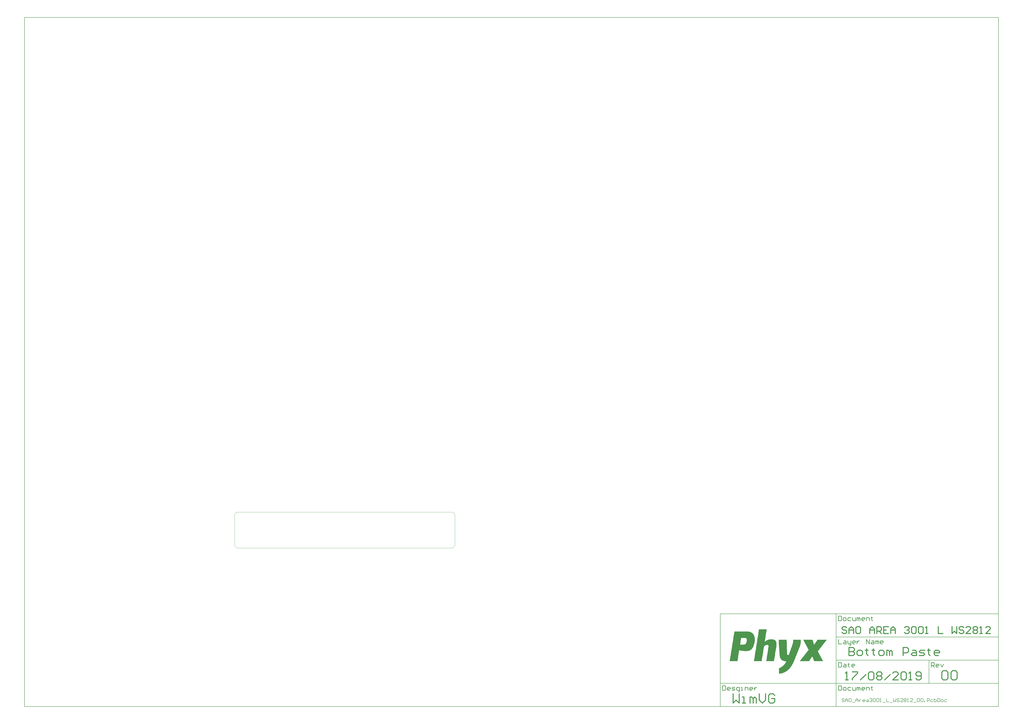
<source format=gbp>
G04*
G04 #@! TF.GenerationSoftware,Altium Limited,Altium Designer,18.1.7 (191)*
G04*
G04 Layer_Color=128*
%FSLAX25Y25*%
%MOIN*%
G70*
G01*
G75*
%ADD10C,0.01575*%
%ADD12C,0.00787*%
%ADD15C,0.00394*%
%ADD16C,0.00984*%
G36*
X872201Y-141778D02*
X873919D01*
Y-142065D01*
X874778D01*
Y-142351D01*
X875637D01*
Y-142637D01*
X876496D01*
Y-142924D01*
X877069D01*
Y-143210D01*
X877355D01*
Y-143496D01*
X877928D01*
Y-143783D01*
X878214D01*
Y-144069D01*
X878786D01*
Y-144355D01*
X879073D01*
Y-144641D01*
X879359D01*
Y-144928D01*
X879646D01*
Y-145214D01*
X879932D01*
Y-145501D01*
X880218D01*
Y-145787D01*
X880504D01*
Y-146073D01*
Y-146359D01*
X880791D01*
Y-146646D01*
X881077D01*
Y-146932D01*
Y-147218D01*
X881363D01*
Y-147505D01*
X881650D01*
Y-147791D01*
Y-148077D01*
X881936D01*
Y-148364D01*
Y-148650D01*
Y-148936D01*
X882222D01*
Y-149223D01*
Y-149509D01*
Y-149795D01*
X882509D01*
Y-150082D01*
Y-150368D01*
Y-150654D01*
Y-150940D01*
X882795D01*
Y-151227D01*
Y-151513D01*
Y-151799D01*
Y-152086D01*
Y-152372D01*
X883081D01*
Y-152658D01*
Y-152945D01*
Y-153231D01*
Y-153517D01*
Y-153804D01*
Y-154090D01*
Y-154376D01*
Y-154663D01*
Y-154949D01*
Y-155235D01*
Y-155521D01*
Y-155808D01*
Y-156094D01*
Y-156380D01*
Y-156667D01*
Y-156953D01*
Y-157239D01*
Y-157526D01*
Y-157812D01*
Y-158098D01*
X882795D01*
Y-158385D01*
Y-158671D01*
Y-158957D01*
Y-159244D01*
Y-159530D01*
Y-159816D01*
Y-160102D01*
X882509D01*
Y-160389D01*
Y-160675D01*
Y-160961D01*
Y-161248D01*
Y-161534D01*
X882222D01*
Y-161820D01*
Y-162107D01*
Y-162393D01*
Y-162679D01*
Y-162966D01*
X881936D01*
Y-163252D01*
Y-163538D01*
Y-163824D01*
X881650D01*
Y-164111D01*
Y-164397D01*
Y-164683D01*
Y-164970D01*
X881363D01*
Y-165256D01*
Y-165542D01*
Y-165829D01*
X881077D01*
Y-166115D01*
Y-166401D01*
X880791D01*
Y-166688D01*
Y-166974D01*
Y-167260D01*
X880504D01*
Y-167547D01*
Y-167833D01*
X880218D01*
Y-168119D01*
Y-168405D01*
X879932D01*
Y-168692D01*
Y-168978D01*
X879646D01*
Y-169264D01*
X879359D01*
Y-169551D01*
Y-169837D01*
X879073D01*
Y-170123D01*
X878786D01*
Y-170410D01*
X878500D01*
Y-170696D01*
Y-170982D01*
X878214D01*
Y-171269D01*
X877928D01*
Y-171555D01*
X877641D01*
Y-171841D01*
X877355D01*
Y-172127D01*
X877069D01*
Y-172414D01*
X876496D01*
Y-172700D01*
X876210D01*
Y-172986D01*
X875637D01*
Y-173273D01*
X875351D01*
Y-173559D01*
X874778D01*
Y-173845D01*
X873919D01*
Y-174132D01*
X873060D01*
Y-174418D01*
X872201D01*
Y-174704D01*
X870483D01*
Y-174991D01*
X865330D01*
Y-174704D01*
X862753D01*
Y-174418D01*
X860749D01*
Y-174132D01*
X859317D01*
Y-173845D01*
X857886D01*
Y-173559D01*
X856454D01*
Y-173845D01*
Y-174132D01*
Y-174418D01*
Y-174704D01*
Y-174991D01*
Y-175277D01*
Y-175563D01*
X856168D01*
Y-175850D01*
Y-176136D01*
Y-176422D01*
Y-176709D01*
Y-176995D01*
Y-177281D01*
X855882D01*
Y-177568D01*
Y-177854D01*
Y-178140D01*
Y-178426D01*
Y-178713D01*
Y-178999D01*
X855595D01*
Y-179285D01*
Y-179572D01*
Y-179858D01*
Y-180144D01*
Y-180431D01*
Y-180717D01*
Y-181003D01*
X855309D01*
Y-181290D01*
Y-181576D01*
Y-181862D01*
Y-182149D01*
Y-182435D01*
Y-182721D01*
X855023D01*
Y-183007D01*
Y-183294D01*
Y-183580D01*
Y-183866D01*
Y-184153D01*
Y-184439D01*
X854736D01*
Y-184725D01*
Y-185012D01*
Y-185298D01*
Y-185584D01*
Y-185871D01*
Y-186157D01*
Y-186443D01*
X854450D01*
Y-186730D01*
Y-187016D01*
Y-187302D01*
Y-187588D01*
Y-187875D01*
Y-188161D01*
X854164D01*
Y-188447D01*
Y-188734D01*
Y-189020D01*
Y-189306D01*
Y-189593D01*
Y-189879D01*
X853877D01*
Y-190165D01*
Y-190452D01*
Y-190738D01*
Y-191024D01*
Y-191311D01*
Y-191597D01*
Y-191883D01*
X840421D01*
Y-191597D01*
X840707D01*
Y-191311D01*
Y-191024D01*
Y-190738D01*
Y-190452D01*
Y-190165D01*
X840993D01*
Y-189879D01*
Y-189593D01*
Y-189306D01*
Y-189020D01*
Y-188734D01*
Y-188447D01*
Y-188161D01*
X841280D01*
Y-187875D01*
Y-187588D01*
Y-187302D01*
Y-187016D01*
Y-186730D01*
Y-186443D01*
X841566D01*
Y-186157D01*
Y-185871D01*
Y-185584D01*
Y-185298D01*
Y-185012D01*
Y-184725D01*
X841852D01*
Y-184439D01*
Y-184153D01*
Y-183866D01*
Y-183580D01*
Y-183294D01*
Y-183007D01*
Y-182721D01*
X842138D01*
Y-182435D01*
Y-182149D01*
Y-181862D01*
Y-181576D01*
Y-181290D01*
Y-181003D01*
X842425D01*
Y-180717D01*
Y-180431D01*
Y-180144D01*
Y-179858D01*
Y-179572D01*
Y-179285D01*
X842711D01*
Y-178999D01*
Y-178713D01*
Y-178426D01*
Y-178140D01*
Y-177854D01*
Y-177568D01*
X842997D01*
Y-177281D01*
Y-176995D01*
Y-176709D01*
Y-176422D01*
Y-176136D01*
Y-175850D01*
Y-175563D01*
X843284D01*
Y-175277D01*
Y-174991D01*
Y-174704D01*
Y-174418D01*
Y-174132D01*
Y-173845D01*
X843570D01*
Y-173559D01*
Y-173273D01*
Y-172986D01*
Y-172700D01*
Y-172414D01*
Y-172127D01*
X843856D01*
Y-171841D01*
Y-171555D01*
Y-171269D01*
Y-170982D01*
Y-170696D01*
Y-170410D01*
X844143D01*
Y-170123D01*
Y-169837D01*
Y-169551D01*
Y-169264D01*
Y-168978D01*
Y-168692D01*
Y-168405D01*
X844429D01*
Y-168119D01*
Y-167833D01*
Y-167547D01*
Y-167260D01*
Y-166974D01*
Y-166688D01*
X844715D01*
Y-166401D01*
Y-166115D01*
Y-165829D01*
Y-165542D01*
Y-165256D01*
Y-164970D01*
X845002D01*
Y-164683D01*
Y-164397D01*
Y-164111D01*
Y-163824D01*
Y-163538D01*
Y-163252D01*
Y-162966D01*
X845288D01*
Y-162679D01*
Y-162393D01*
Y-162107D01*
Y-161820D01*
Y-161534D01*
Y-161248D01*
X845574D01*
Y-160961D01*
Y-160675D01*
Y-160389D01*
Y-160102D01*
Y-159816D01*
Y-159530D01*
X845861D01*
Y-159244D01*
Y-158957D01*
Y-158671D01*
Y-158385D01*
Y-158098D01*
Y-157812D01*
X846147D01*
Y-157526D01*
Y-157239D01*
Y-156953D01*
Y-156667D01*
Y-156380D01*
Y-156094D01*
Y-155808D01*
X846433D01*
Y-155521D01*
Y-155235D01*
Y-154949D01*
Y-154663D01*
Y-154376D01*
Y-154090D01*
X846719D01*
Y-153804D01*
Y-153517D01*
Y-153231D01*
Y-152945D01*
Y-152658D01*
Y-152372D01*
X847006D01*
Y-152086D01*
Y-151799D01*
Y-151513D01*
Y-151227D01*
Y-150940D01*
Y-150654D01*
Y-150368D01*
X847292D01*
Y-150082D01*
Y-149795D01*
Y-149509D01*
Y-149223D01*
Y-148936D01*
Y-148650D01*
X847578D01*
Y-148364D01*
Y-148077D01*
Y-147791D01*
Y-147505D01*
Y-147218D01*
Y-146932D01*
X847865D01*
Y-146646D01*
Y-146359D01*
Y-146073D01*
Y-145787D01*
Y-145501D01*
Y-145214D01*
Y-144928D01*
X848151D01*
Y-144641D01*
Y-144355D01*
Y-144069D01*
Y-143783D01*
Y-143496D01*
Y-143210D01*
X848437D01*
Y-142924D01*
Y-142637D01*
Y-142351D01*
Y-142065D01*
Y-141778D01*
Y-141492D01*
X872201D01*
Y-141778D01*
D02*
G37*
G36*
X903409Y-138343D02*
Y-138629D01*
X903123D01*
Y-138915D01*
Y-139202D01*
Y-139488D01*
Y-139774D01*
Y-140060D01*
Y-140347D01*
X902837D01*
Y-140633D01*
Y-140919D01*
Y-141206D01*
Y-141492D01*
Y-141778D01*
Y-142065D01*
X902551D01*
Y-142351D01*
Y-142637D01*
Y-142924D01*
Y-143210D01*
Y-143496D01*
Y-143783D01*
Y-144069D01*
X902264D01*
Y-144355D01*
Y-144641D01*
Y-144928D01*
Y-145214D01*
Y-145501D01*
Y-145787D01*
X901978D01*
Y-146073D01*
Y-146359D01*
Y-146646D01*
Y-146932D01*
Y-147218D01*
Y-147505D01*
X901692D01*
Y-147791D01*
Y-148077D01*
Y-148364D01*
Y-148650D01*
Y-148936D01*
Y-149223D01*
Y-149509D01*
X901405D01*
Y-149795D01*
Y-150082D01*
Y-150368D01*
Y-150654D01*
Y-150940D01*
Y-151227D01*
X901119D01*
Y-151513D01*
Y-151799D01*
Y-152086D01*
Y-152372D01*
Y-152658D01*
Y-152945D01*
X900833D01*
Y-153231D01*
Y-153517D01*
Y-153804D01*
Y-154090D01*
Y-154376D01*
Y-154663D01*
X900546D01*
Y-154949D01*
Y-155235D01*
Y-155521D01*
Y-155808D01*
Y-156094D01*
Y-156380D01*
Y-156667D01*
X900260D01*
Y-156953D01*
Y-157239D01*
Y-157526D01*
Y-157812D01*
Y-158098D01*
Y-158385D01*
X899974D01*
Y-158671D01*
Y-158957D01*
X900546D01*
Y-158671D01*
X900833D01*
Y-158385D01*
X901119D01*
Y-158098D01*
X901692D01*
Y-157812D01*
X901978D01*
Y-157526D01*
X902264D01*
Y-157239D01*
X902837D01*
Y-156953D01*
X903409D01*
Y-156667D01*
X903696D01*
Y-156380D01*
X904268D01*
Y-156094D01*
X905127D01*
Y-155808D01*
X905700D01*
Y-155521D01*
X906559D01*
Y-155235D01*
X907990D01*
Y-154949D01*
X914289D01*
Y-155235D01*
X915435D01*
Y-155521D01*
X916294D01*
Y-155808D01*
X916866D01*
Y-156094D01*
X917153D01*
Y-156380D01*
X917725D01*
Y-156667D01*
X918011D01*
Y-156953D01*
X918298D01*
Y-157239D01*
X918584D01*
Y-157526D01*
X918870D01*
Y-157812D01*
Y-158098D01*
X919157D01*
Y-158385D01*
Y-158671D01*
X919443D01*
Y-158957D01*
Y-159244D01*
Y-159530D01*
X919729D01*
Y-159816D01*
Y-160102D01*
Y-160389D01*
Y-160675D01*
X920016D01*
Y-160961D01*
Y-161248D01*
Y-161534D01*
Y-161820D01*
Y-162107D01*
Y-162393D01*
Y-162679D01*
Y-162966D01*
Y-163252D01*
Y-163538D01*
Y-163824D01*
Y-164111D01*
Y-164397D01*
Y-164683D01*
Y-164970D01*
Y-165256D01*
Y-165542D01*
Y-165829D01*
X919729D01*
Y-166115D01*
Y-166401D01*
Y-166688D01*
Y-166974D01*
Y-167260D01*
Y-167547D01*
Y-167833D01*
X919443D01*
Y-168119D01*
Y-168405D01*
Y-168692D01*
Y-168978D01*
Y-169264D01*
Y-169551D01*
Y-169837D01*
X919157D01*
Y-170123D01*
Y-170410D01*
Y-170696D01*
Y-170982D01*
Y-171269D01*
Y-171555D01*
X918870D01*
Y-171841D01*
Y-172127D01*
Y-172414D01*
Y-172700D01*
Y-172986D01*
Y-173273D01*
X918584D01*
Y-173559D01*
Y-173845D01*
Y-174132D01*
Y-174418D01*
Y-174704D01*
Y-174991D01*
X918298D01*
Y-175277D01*
Y-175563D01*
Y-175850D01*
Y-176136D01*
Y-176422D01*
Y-176709D01*
Y-176995D01*
X918011D01*
Y-177281D01*
Y-177568D01*
Y-177854D01*
Y-178140D01*
Y-178426D01*
Y-178713D01*
X917725D01*
Y-178999D01*
Y-179285D01*
Y-179572D01*
Y-179858D01*
Y-180144D01*
Y-180431D01*
X917439D01*
Y-180717D01*
Y-181003D01*
Y-181290D01*
Y-181576D01*
Y-181862D01*
Y-182149D01*
Y-182435D01*
X917153D01*
Y-182721D01*
Y-183007D01*
Y-183294D01*
Y-183580D01*
Y-183866D01*
Y-184153D01*
X916866D01*
Y-184439D01*
Y-184725D01*
Y-185012D01*
Y-185298D01*
Y-185584D01*
Y-185871D01*
X916580D01*
Y-186157D01*
Y-186443D01*
Y-186730D01*
Y-187016D01*
Y-187302D01*
Y-187588D01*
X916294D01*
Y-187875D01*
Y-188161D01*
Y-188447D01*
Y-188734D01*
Y-189020D01*
Y-189306D01*
Y-189593D01*
X916007D01*
Y-189879D01*
Y-190165D01*
Y-190452D01*
Y-190738D01*
Y-191024D01*
Y-191311D01*
X915721D01*
Y-191597D01*
Y-191883D01*
X902551D01*
Y-191597D01*
Y-191311D01*
X902837D01*
Y-191024D01*
Y-190738D01*
Y-190452D01*
Y-190165D01*
Y-189879D01*
Y-189593D01*
X903123D01*
Y-189306D01*
Y-189020D01*
Y-188734D01*
Y-188447D01*
Y-188161D01*
Y-187875D01*
Y-187588D01*
X903409D01*
Y-187302D01*
Y-187016D01*
Y-186730D01*
Y-186443D01*
Y-186157D01*
Y-185871D01*
X903696D01*
Y-185584D01*
Y-185298D01*
Y-185012D01*
Y-184725D01*
Y-184439D01*
Y-184153D01*
X903982D01*
Y-183866D01*
Y-183580D01*
Y-183294D01*
Y-183007D01*
Y-182721D01*
Y-182435D01*
Y-182149D01*
X904268D01*
Y-181862D01*
Y-181576D01*
Y-181290D01*
Y-181003D01*
Y-180717D01*
Y-180431D01*
X904555D01*
Y-180144D01*
Y-179858D01*
Y-179572D01*
Y-179285D01*
Y-178999D01*
Y-178713D01*
Y-178426D01*
X904841D01*
Y-178140D01*
Y-177854D01*
Y-177568D01*
Y-177281D01*
Y-176995D01*
Y-176709D01*
X905127D01*
Y-176422D01*
Y-176136D01*
Y-175850D01*
Y-175563D01*
Y-175277D01*
Y-174991D01*
X905414D01*
Y-174704D01*
Y-174418D01*
Y-174132D01*
Y-173845D01*
Y-173559D01*
Y-173273D01*
X905700D01*
Y-172986D01*
Y-172700D01*
Y-172414D01*
Y-172127D01*
Y-171841D01*
Y-171555D01*
Y-171269D01*
X905986D01*
Y-170982D01*
Y-170696D01*
Y-170410D01*
Y-170123D01*
Y-169837D01*
Y-169551D01*
X906273D01*
Y-169264D01*
Y-168978D01*
Y-168692D01*
Y-168405D01*
Y-168119D01*
Y-167833D01*
Y-167547D01*
X906559D01*
Y-167260D01*
Y-166974D01*
Y-166688D01*
Y-166401D01*
Y-166115D01*
Y-165829D01*
X906273D01*
Y-165542D01*
Y-165256D01*
X905986D01*
Y-164970D01*
X905700D01*
Y-164683D01*
X905127D01*
Y-164397D01*
X903409D01*
Y-164683D01*
X901978D01*
Y-164970D01*
X901119D01*
Y-165256D01*
X900546D01*
Y-165542D01*
X900260D01*
Y-165829D01*
X899687D01*
Y-166115D01*
X899401D01*
Y-166401D01*
X899115D01*
Y-166688D01*
Y-166974D01*
X898828D01*
Y-167260D01*
Y-167547D01*
Y-167833D01*
X898542D01*
Y-168119D01*
Y-168405D01*
Y-168692D01*
Y-168978D01*
Y-169264D01*
Y-169551D01*
X898256D01*
Y-169837D01*
Y-170123D01*
Y-170410D01*
Y-170696D01*
Y-170982D01*
Y-171269D01*
Y-171555D01*
X897970D01*
Y-171841D01*
Y-172127D01*
Y-172414D01*
Y-172700D01*
Y-172986D01*
Y-173273D01*
X897683D01*
Y-173559D01*
Y-173845D01*
Y-174132D01*
Y-174418D01*
Y-174704D01*
Y-174991D01*
X897397D01*
Y-175277D01*
Y-175563D01*
Y-175850D01*
Y-176136D01*
Y-176422D01*
Y-176709D01*
X897111D01*
Y-176995D01*
Y-177281D01*
Y-177568D01*
Y-177854D01*
Y-178140D01*
Y-178426D01*
Y-178713D01*
X896824D01*
Y-178999D01*
Y-179285D01*
Y-179572D01*
Y-179858D01*
Y-180144D01*
Y-180431D01*
X896538D01*
Y-180717D01*
Y-181003D01*
Y-181290D01*
Y-181576D01*
Y-181862D01*
Y-182149D01*
X896252D01*
Y-182435D01*
Y-182721D01*
Y-183007D01*
Y-183294D01*
Y-183580D01*
Y-183866D01*
Y-184153D01*
X895965D01*
Y-184439D01*
Y-184725D01*
Y-185012D01*
Y-185298D01*
Y-185584D01*
Y-185871D01*
X895679D01*
Y-186157D01*
Y-186443D01*
Y-186730D01*
Y-187016D01*
Y-187302D01*
Y-187588D01*
X895393D01*
Y-187875D01*
Y-188161D01*
Y-188447D01*
Y-188734D01*
Y-189020D01*
Y-189306D01*
X895106D01*
Y-189593D01*
Y-189879D01*
Y-190165D01*
Y-190452D01*
Y-190738D01*
Y-191024D01*
Y-191311D01*
X894820D01*
Y-191597D01*
Y-191883D01*
X881650D01*
Y-191597D01*
Y-191311D01*
X881936D01*
Y-191024D01*
Y-190738D01*
Y-190452D01*
Y-190165D01*
Y-189879D01*
Y-189593D01*
Y-189306D01*
X882222D01*
Y-189020D01*
Y-188734D01*
Y-188447D01*
Y-188161D01*
Y-187875D01*
Y-187588D01*
X882509D01*
Y-187302D01*
Y-187016D01*
Y-186730D01*
Y-186443D01*
Y-186157D01*
Y-185871D01*
X882795D01*
Y-185584D01*
Y-185298D01*
Y-185012D01*
Y-184725D01*
Y-184439D01*
Y-184153D01*
Y-183866D01*
X883081D01*
Y-183580D01*
Y-183294D01*
Y-183007D01*
Y-182721D01*
Y-182435D01*
Y-182149D01*
X883368D01*
Y-181862D01*
Y-181576D01*
Y-181290D01*
Y-181003D01*
Y-180717D01*
Y-180431D01*
X883654D01*
Y-180144D01*
Y-179858D01*
Y-179572D01*
Y-179285D01*
Y-178999D01*
Y-178713D01*
X883940D01*
Y-178426D01*
Y-178140D01*
Y-177854D01*
Y-177568D01*
Y-177281D01*
Y-176995D01*
Y-176709D01*
X884227D01*
Y-176422D01*
Y-176136D01*
Y-175850D01*
Y-175563D01*
Y-175277D01*
Y-174991D01*
X884513D01*
Y-174704D01*
Y-174418D01*
Y-174132D01*
Y-173845D01*
Y-173559D01*
Y-173273D01*
X884799D01*
Y-172986D01*
Y-172700D01*
Y-172414D01*
Y-172127D01*
Y-171841D01*
Y-171555D01*
Y-171269D01*
X885085D01*
Y-170982D01*
Y-170696D01*
Y-170410D01*
Y-170123D01*
Y-169837D01*
Y-169551D01*
X885372D01*
Y-169264D01*
Y-168978D01*
Y-168692D01*
Y-168405D01*
Y-168119D01*
Y-167833D01*
X885658D01*
Y-167547D01*
Y-167260D01*
Y-166974D01*
Y-166688D01*
Y-166401D01*
Y-166115D01*
X885944D01*
Y-165829D01*
Y-165542D01*
Y-165256D01*
Y-164970D01*
Y-164683D01*
Y-164397D01*
Y-164111D01*
X886231D01*
Y-163824D01*
Y-163538D01*
Y-163252D01*
Y-162966D01*
Y-162679D01*
Y-162393D01*
X886517D01*
Y-162107D01*
Y-161820D01*
Y-161534D01*
Y-161248D01*
Y-160961D01*
Y-160675D01*
X886803D01*
Y-160389D01*
Y-160102D01*
Y-159816D01*
Y-159530D01*
Y-159244D01*
Y-158957D01*
X887090D01*
Y-158671D01*
Y-158385D01*
Y-158098D01*
Y-157812D01*
Y-157526D01*
Y-157239D01*
Y-156953D01*
X887376D01*
Y-156667D01*
Y-156380D01*
Y-156094D01*
Y-155808D01*
Y-155521D01*
Y-155235D01*
X887662D01*
Y-154949D01*
Y-154663D01*
Y-154376D01*
Y-154090D01*
Y-153804D01*
Y-153517D01*
X887949D01*
Y-153231D01*
Y-152945D01*
Y-152658D01*
Y-152372D01*
Y-152086D01*
Y-151799D01*
Y-151513D01*
X888235D01*
Y-151227D01*
Y-150940D01*
Y-150654D01*
Y-150368D01*
Y-150082D01*
Y-149795D01*
X888521D01*
Y-149509D01*
Y-149223D01*
Y-148936D01*
Y-148650D01*
Y-148364D01*
Y-148077D01*
X888807D01*
Y-147791D01*
Y-147505D01*
Y-147218D01*
Y-146932D01*
Y-146646D01*
Y-146359D01*
X889094D01*
Y-146073D01*
Y-145787D01*
Y-145501D01*
Y-145214D01*
Y-144928D01*
Y-144641D01*
Y-144355D01*
X889380D01*
Y-144069D01*
Y-143783D01*
Y-143496D01*
Y-143210D01*
Y-142924D01*
Y-142637D01*
X889666D01*
Y-142351D01*
Y-142065D01*
Y-141778D01*
Y-141492D01*
Y-141206D01*
Y-140919D01*
X889953D01*
Y-140633D01*
Y-140347D01*
Y-140060D01*
Y-139774D01*
Y-139488D01*
Y-139202D01*
Y-138915D01*
X890239D01*
Y-138629D01*
Y-138343D01*
Y-138056D01*
X903409D01*
Y-138343D01*
D02*
G37*
G36*
X1005337Y-155808D02*
X1005050D01*
Y-156094D01*
X1004764D01*
Y-156380D01*
Y-156667D01*
X1004478D01*
Y-156953D01*
X1004192D01*
Y-157239D01*
X1003905D01*
Y-157526D01*
Y-157812D01*
X1003619D01*
Y-158098D01*
X1003333D01*
Y-158385D01*
X1003046D01*
Y-158671D01*
X1002760D01*
Y-158957D01*
Y-159244D01*
X1002474D01*
Y-159530D01*
X1002187D01*
Y-159816D01*
X1001901D01*
Y-160102D01*
Y-160389D01*
X1001615D01*
Y-160675D01*
X1001328D01*
Y-160961D01*
X1001042D01*
Y-161248D01*
X1000756D01*
Y-161534D01*
Y-161820D01*
X1000469D01*
Y-162107D01*
X1000183D01*
Y-162393D01*
X999897D01*
Y-162679D01*
Y-162966D01*
X999611D01*
Y-163252D01*
X999324D01*
Y-163538D01*
X999038D01*
Y-163824D01*
Y-164111D01*
X998752D01*
Y-164397D01*
X998465D01*
Y-164683D01*
X998179D01*
Y-164970D01*
X997893D01*
Y-165256D01*
Y-165542D01*
X997606D01*
Y-165829D01*
X997320D01*
Y-166115D01*
X997034D01*
Y-166401D01*
Y-166688D01*
X996747D01*
Y-166974D01*
X996461D01*
Y-167260D01*
X996175D01*
Y-167547D01*
Y-167833D01*
X995889D01*
Y-168119D01*
X995602D01*
Y-168405D01*
X995316D01*
Y-168692D01*
X995030D01*
Y-168978D01*
Y-169264D01*
X994743D01*
Y-169551D01*
X994457D01*
Y-169837D01*
X994171D01*
Y-170123D01*
Y-170410D01*
X993884D01*
Y-170696D01*
X993598D01*
Y-170982D01*
X993312D01*
Y-171269D01*
Y-171555D01*
X993025D01*
Y-171841D01*
X992739D01*
Y-172127D01*
X992453D01*
Y-172414D01*
X992166D01*
Y-172700D01*
Y-172986D01*
X991880D01*
Y-173273D01*
X991594D01*
Y-173559D01*
X991308D01*
Y-173845D01*
Y-174132D01*
X991021D01*
Y-174418D01*
X990735D01*
Y-174704D01*
X990449D01*
Y-174991D01*
X990162D01*
Y-175277D01*
Y-175563D01*
X990449D01*
Y-175850D01*
Y-176136D01*
X990735D01*
Y-176422D01*
Y-176709D01*
X991021D01*
Y-176995D01*
X991308D01*
Y-177281D01*
Y-177568D01*
X991594D01*
Y-177854D01*
Y-178140D01*
X991880D01*
Y-178426D01*
Y-178713D01*
X992166D01*
Y-178999D01*
Y-179285D01*
X992453D01*
Y-179572D01*
Y-179858D01*
X992739D01*
Y-180144D01*
Y-180431D01*
X993025D01*
Y-180717D01*
Y-181003D01*
X993312D01*
Y-181290D01*
Y-181576D01*
X993598D01*
Y-181862D01*
X993884D01*
Y-182149D01*
Y-182435D01*
X994171D01*
Y-182721D01*
Y-183007D01*
X994457D01*
Y-183294D01*
Y-183580D01*
X994743D01*
Y-183866D01*
Y-184153D01*
X995030D01*
Y-184439D01*
Y-184725D01*
X995316D01*
Y-185012D01*
Y-185298D01*
X995602D01*
Y-185584D01*
Y-185871D01*
X995889D01*
Y-186157D01*
X996175D01*
Y-186443D01*
Y-186730D01*
X996461D01*
Y-187016D01*
Y-187302D01*
X996747D01*
Y-187588D01*
Y-187875D01*
X997034D01*
Y-188161D01*
Y-188447D01*
X997320D01*
Y-188734D01*
Y-189020D01*
X997606D01*
Y-189306D01*
Y-189593D01*
X997893D01*
Y-189879D01*
Y-190165D01*
X998179D01*
Y-190452D01*
X998465D01*
Y-190738D01*
Y-191024D01*
X998752D01*
Y-191311D01*
Y-191597D01*
X999038D01*
Y-191883D01*
X983863D01*
Y-191597D01*
X983577D01*
Y-191311D01*
Y-191024D01*
Y-190738D01*
X983291D01*
Y-190452D01*
Y-190165D01*
Y-189879D01*
X983004D01*
Y-189593D01*
Y-189306D01*
X982718D01*
Y-189020D01*
Y-188734D01*
Y-188447D01*
X982432D01*
Y-188161D01*
Y-187875D01*
Y-187588D01*
X982146D01*
Y-187302D01*
Y-187016D01*
X981859D01*
Y-186730D01*
Y-186443D01*
Y-186157D01*
X981573D01*
Y-185871D01*
Y-185584D01*
Y-185298D01*
X981287D01*
Y-185012D01*
Y-184725D01*
Y-184439D01*
X981000D01*
Y-184153D01*
X980428D01*
Y-184439D01*
Y-184725D01*
X980141D01*
Y-185012D01*
X979855D01*
Y-185298D01*
Y-185584D01*
X979569D01*
Y-185871D01*
X979282D01*
Y-186157D01*
Y-186443D01*
X978996D01*
Y-186730D01*
X978710D01*
Y-187016D01*
Y-187302D01*
X978423D01*
Y-187588D01*
X978137D01*
Y-187875D01*
X977851D01*
Y-188161D01*
Y-188447D01*
X977565D01*
Y-188734D01*
X977278D01*
Y-189020D01*
Y-189306D01*
X976992D01*
Y-189593D01*
X976705D01*
Y-189879D01*
Y-190165D01*
X976419D01*
Y-190452D01*
X976133D01*
Y-190738D01*
Y-191024D01*
X975847D01*
Y-191311D01*
X975560D01*
Y-191597D01*
Y-191883D01*
X959527D01*
Y-191597D01*
X959813D01*
Y-191311D01*
X960099D01*
Y-191024D01*
X960386D01*
Y-190738D01*
X960672D01*
Y-190452D01*
Y-190165D01*
X960958D01*
Y-189879D01*
X961245D01*
Y-189593D01*
X961531D01*
Y-189306D01*
X961817D01*
Y-189020D01*
Y-188734D01*
X962104D01*
Y-188447D01*
X962390D01*
Y-188161D01*
X962676D01*
Y-187875D01*
Y-187588D01*
X962963D01*
Y-187302D01*
X963249D01*
Y-187016D01*
X963535D01*
Y-186730D01*
X963822D01*
Y-186443D01*
Y-186157D01*
X964108D01*
Y-185871D01*
X964394D01*
Y-185584D01*
X964680D01*
Y-185298D01*
X964967D01*
Y-185012D01*
Y-184725D01*
X965253D01*
Y-184439D01*
X965539D01*
Y-184153D01*
X965826D01*
Y-183866D01*
Y-183580D01*
X966112D01*
Y-183294D01*
X966398D01*
Y-183007D01*
X966685D01*
Y-182721D01*
X966971D01*
Y-182435D01*
Y-182149D01*
X967257D01*
Y-181862D01*
X967544D01*
Y-181576D01*
X967830D01*
Y-181290D01*
Y-181003D01*
X968116D01*
Y-180717D01*
X968402D01*
Y-180431D01*
X968689D01*
Y-180144D01*
X968975D01*
Y-179858D01*
Y-179572D01*
X969261D01*
Y-179285D01*
X969548D01*
Y-178999D01*
X969834D01*
Y-178713D01*
Y-178426D01*
X970120D01*
Y-178140D01*
X970407D01*
Y-177854D01*
X970693D01*
Y-177568D01*
X970979D01*
Y-177281D01*
Y-176995D01*
X971266D01*
Y-176709D01*
X971552D01*
Y-176422D01*
X971838D01*
Y-176136D01*
X972124D01*
Y-175850D01*
Y-175563D01*
X972411D01*
Y-175277D01*
X972697D01*
Y-174991D01*
X972983D01*
Y-174704D01*
Y-174418D01*
X973270D01*
Y-174132D01*
X973556D01*
Y-173845D01*
X973842D01*
Y-173559D01*
X974129D01*
Y-173273D01*
Y-172986D01*
X974415D01*
Y-172700D01*
Y-172414D01*
Y-172127D01*
X974129D01*
Y-171841D01*
X973842D01*
Y-171555D01*
Y-171269D01*
X973556D01*
Y-170982D01*
Y-170696D01*
X973270D01*
Y-170410D01*
Y-170123D01*
X972983D01*
Y-169837D01*
Y-169551D01*
X972697D01*
Y-169264D01*
Y-168978D01*
X972411D01*
Y-168692D01*
Y-168405D01*
X972124D01*
Y-168119D01*
X971838D01*
Y-167833D01*
Y-167547D01*
X971552D01*
Y-167260D01*
Y-166974D01*
X971266D01*
Y-166688D01*
Y-166401D01*
X970979D01*
Y-166115D01*
Y-165829D01*
X970693D01*
Y-165542D01*
Y-165256D01*
X970407D01*
Y-164970D01*
Y-164683D01*
X970120D01*
Y-164397D01*
X969834D01*
Y-164111D01*
Y-163824D01*
X969548D01*
Y-163538D01*
Y-163252D01*
X969261D01*
Y-162966D01*
Y-162679D01*
X968975D01*
Y-162393D01*
Y-162107D01*
X968689D01*
Y-161820D01*
Y-161534D01*
X968402D01*
Y-161248D01*
Y-160961D01*
X968116D01*
Y-160675D01*
Y-160389D01*
X967830D01*
Y-160102D01*
X967544D01*
Y-159816D01*
Y-159530D01*
X967257D01*
Y-159244D01*
Y-158957D01*
X966971D01*
Y-158671D01*
Y-158385D01*
X966685D01*
Y-158098D01*
Y-157812D01*
X966398D01*
Y-157526D01*
Y-157239D01*
X966112D01*
Y-156953D01*
Y-156667D01*
X965826D01*
Y-156380D01*
X965539D01*
Y-156094D01*
Y-155808D01*
X965253D01*
Y-155521D01*
X981000D01*
Y-155808D01*
X981287D01*
Y-156094D01*
Y-156380D01*
Y-156667D01*
X981573D01*
Y-156953D01*
Y-157239D01*
Y-157526D01*
X981859D01*
Y-157812D01*
Y-158098D01*
Y-158385D01*
X982146D01*
Y-158671D01*
Y-158957D01*
Y-159244D01*
X982432D01*
Y-159530D01*
Y-159816D01*
Y-160102D01*
X982718D01*
Y-160389D01*
Y-160675D01*
Y-160961D01*
X983004D01*
Y-161248D01*
Y-161534D01*
Y-161820D01*
X983291D01*
Y-162107D01*
Y-162393D01*
Y-162679D01*
X983577D01*
Y-162966D01*
Y-163252D01*
Y-163538D01*
Y-163824D01*
X984150D01*
Y-163538D01*
X984436D01*
Y-163252D01*
X984722D01*
Y-162966D01*
Y-162679D01*
X985009D01*
Y-162393D01*
X985295D01*
Y-162107D01*
Y-161820D01*
X985581D01*
Y-161534D01*
X985868D01*
Y-161248D01*
Y-160961D01*
X986154D01*
Y-160675D01*
X986440D01*
Y-160389D01*
Y-160102D01*
X986726D01*
Y-159816D01*
X987013D01*
Y-159530D01*
Y-159244D01*
X987299D01*
Y-158957D01*
X987585D01*
Y-158671D01*
Y-158385D01*
X987872D01*
Y-158098D01*
X988158D01*
Y-157812D01*
Y-157526D01*
X988444D01*
Y-157239D01*
X988731D01*
Y-156953D01*
Y-156667D01*
X989017D01*
Y-156380D01*
X989303D01*
Y-156094D01*
Y-155808D01*
X989590D01*
Y-155521D01*
X1005337D01*
Y-155808D01*
D02*
G37*
G36*
X961245D02*
Y-156094D01*
Y-156380D01*
Y-156667D01*
Y-156953D01*
Y-157239D01*
Y-157526D01*
Y-157812D01*
Y-158098D01*
Y-158385D01*
Y-158671D01*
Y-158957D01*
Y-159244D01*
Y-159530D01*
Y-159816D01*
Y-160102D01*
Y-160389D01*
Y-160675D01*
Y-160961D01*
Y-161248D01*
Y-161534D01*
X960958D01*
Y-161820D01*
Y-162107D01*
Y-162393D01*
Y-162679D01*
Y-162966D01*
X960672D01*
Y-163252D01*
Y-163538D01*
Y-163824D01*
Y-164111D01*
X960386D01*
Y-164397D01*
Y-164683D01*
Y-164970D01*
Y-165256D01*
X960099D01*
Y-165542D01*
Y-165829D01*
Y-166115D01*
X959813D01*
Y-166401D01*
Y-166688D01*
Y-166974D01*
X959527D01*
Y-167260D01*
Y-167547D01*
Y-167833D01*
X959241D01*
Y-168119D01*
Y-168405D01*
Y-168692D01*
X958954D01*
Y-168978D01*
Y-169264D01*
X958668D01*
Y-169551D01*
Y-169837D01*
X958381D01*
Y-170123D01*
Y-170410D01*
Y-170696D01*
X958095D01*
Y-170982D01*
Y-171269D01*
X957809D01*
Y-171555D01*
Y-171841D01*
Y-172127D01*
X957523D01*
Y-172414D01*
Y-172700D01*
X957236D01*
Y-172986D01*
Y-173273D01*
Y-173559D01*
X956950D01*
Y-173845D01*
Y-174132D01*
X956664D01*
Y-174418D01*
Y-174704D01*
Y-174991D01*
X956377D01*
Y-175277D01*
Y-175563D01*
X956091D01*
Y-175850D01*
Y-176136D01*
Y-176422D01*
X955805D01*
Y-176709D01*
Y-176995D01*
X955518D01*
Y-177281D01*
Y-177568D01*
Y-177854D01*
X955232D01*
Y-178140D01*
Y-178426D01*
X954946D01*
Y-178713D01*
Y-178999D01*
Y-179285D01*
X954659D01*
Y-179572D01*
Y-179858D01*
X954373D01*
Y-180144D01*
Y-180431D01*
Y-180717D01*
X954087D01*
Y-181003D01*
Y-181290D01*
X953800D01*
Y-181576D01*
Y-181862D01*
Y-182149D01*
X953514D01*
Y-182435D01*
Y-182721D01*
X953228D01*
Y-183007D01*
Y-183294D01*
Y-183580D01*
X952942D01*
Y-183866D01*
Y-184153D01*
X952655D01*
Y-184439D01*
Y-184725D01*
Y-185012D01*
X952369D01*
Y-185298D01*
Y-185584D01*
X952083D01*
Y-185871D01*
Y-186157D01*
Y-186443D01*
X951796D01*
Y-186730D01*
Y-187016D01*
X951510D01*
Y-187302D01*
Y-187588D01*
Y-187875D01*
X951224D01*
Y-188161D01*
Y-188447D01*
X950937D01*
Y-188734D01*
Y-189020D01*
Y-189306D01*
X950651D01*
Y-189593D01*
Y-189879D01*
X950365D01*
Y-190165D01*
Y-190452D01*
Y-190738D01*
X950078D01*
Y-191024D01*
Y-191311D01*
X949792D01*
Y-191597D01*
Y-191883D01*
Y-192169D01*
X949506D01*
Y-192456D01*
Y-192742D01*
X949220D01*
Y-193028D01*
Y-193315D01*
X948933D01*
Y-193601D01*
Y-193887D01*
X948647D01*
Y-194174D01*
Y-194460D01*
Y-194746D01*
X948361D01*
Y-195033D01*
X948074D01*
Y-195319D01*
Y-195605D01*
Y-195891D01*
X947788D01*
Y-196178D01*
X947502D01*
Y-196464D01*
Y-196750D01*
X947215D01*
Y-197037D01*
Y-197323D01*
X946929D01*
Y-197609D01*
Y-197896D01*
X946643D01*
Y-198182D01*
Y-198468D01*
X946356D01*
Y-198755D01*
X946070D01*
Y-199041D01*
Y-199327D01*
X945784D01*
Y-199614D01*
Y-199900D01*
X945497D01*
Y-200186D01*
X945211D01*
Y-200472D01*
X944925D01*
Y-200759D01*
Y-201045D01*
X944639D01*
Y-201331D01*
X944352D01*
Y-201618D01*
Y-201904D01*
X944066D01*
Y-202190D01*
X943780D01*
Y-202477D01*
X943493D01*
Y-202763D01*
Y-203049D01*
X943207D01*
Y-203336D01*
X942921D01*
Y-203622D01*
X942634D01*
Y-203908D01*
X942348D01*
Y-204195D01*
X942062D01*
Y-204481D01*
Y-204767D01*
X941775D01*
Y-205053D01*
X941489D01*
Y-205340D01*
X941203D01*
Y-205626D01*
X940916D01*
Y-205912D01*
X940630D01*
Y-206199D01*
X940344D01*
Y-206485D01*
X940057D01*
Y-206771D01*
X939485D01*
Y-207058D01*
X939199D01*
Y-207344D01*
X938912D01*
Y-207630D01*
X938626D01*
Y-207917D01*
X938340D01*
Y-208203D01*
X937767D01*
Y-208489D01*
X937481D01*
Y-208776D01*
X936908D01*
Y-209062D01*
X936622D01*
Y-209348D01*
X936049D01*
Y-209634D01*
X935763D01*
Y-209921D01*
X935190D01*
Y-210207D01*
X934618D01*
Y-210493D01*
X934045D01*
Y-210780D01*
X933472D01*
Y-211066D01*
X932900D01*
Y-211352D01*
X932041D01*
Y-211639D01*
X931468D01*
Y-211925D01*
X930609D01*
Y-212211D01*
X929464D01*
Y-212498D01*
X928319D01*
Y-212784D01*
X926601D01*
Y-213070D01*
X924597D01*
Y-213357D01*
X924310D01*
Y-213070D01*
Y-212784D01*
Y-212498D01*
Y-212211D01*
Y-211925D01*
Y-211639D01*
Y-211352D01*
Y-211066D01*
Y-210780D01*
Y-210493D01*
Y-210207D01*
Y-209921D01*
Y-209634D01*
Y-209348D01*
Y-209062D01*
Y-208776D01*
Y-208489D01*
Y-208203D01*
Y-207917D01*
Y-207630D01*
Y-207344D01*
Y-207058D01*
Y-206771D01*
Y-206485D01*
Y-206199D01*
Y-205912D01*
Y-205626D01*
Y-205340D01*
Y-205053D01*
Y-204767D01*
Y-204481D01*
Y-204195D01*
Y-203908D01*
X924883D01*
Y-203622D01*
X925455D01*
Y-203336D01*
X926028D01*
Y-203049D01*
X926601D01*
Y-202763D01*
X927173D01*
Y-202477D01*
X927746D01*
Y-202190D01*
X928032D01*
Y-201904D01*
X928605D01*
Y-201618D01*
X928891D01*
Y-201331D01*
X929464D01*
Y-201045D01*
X929750D01*
Y-200759D01*
X930037D01*
Y-200472D01*
X930609D01*
Y-200186D01*
X930896D01*
Y-199900D01*
X931182D01*
Y-199614D01*
X931468D01*
Y-199327D01*
X931754D01*
Y-199041D01*
X932041D01*
Y-198755D01*
X932327D01*
Y-198468D01*
X932613D01*
Y-198182D01*
X932900D01*
Y-197896D01*
X933186D01*
Y-197609D01*
X933472D01*
Y-197323D01*
X933759D01*
Y-197037D01*
Y-196750D01*
X934045D01*
Y-196464D01*
X934331D01*
Y-196178D01*
X934618D01*
Y-195891D01*
Y-195605D01*
X934904D01*
Y-195319D01*
X935190D01*
Y-195033D01*
Y-194746D01*
X935476D01*
Y-194460D01*
Y-194174D01*
X935763D01*
Y-193887D01*
X936049D01*
Y-193601D01*
Y-193315D01*
X936335D01*
Y-193028D01*
Y-192742D01*
X936622D01*
Y-192456D01*
Y-192169D01*
X934904D01*
Y-191883D01*
X932900D01*
Y-191597D01*
X931754D01*
Y-191311D01*
X931182D01*
Y-191024D01*
X930323D01*
Y-190738D01*
X929750D01*
Y-190452D01*
X929464D01*
Y-190165D01*
X928891D01*
Y-189879D01*
X928605D01*
Y-189593D01*
X928319D01*
Y-189306D01*
X928032D01*
Y-189020D01*
X927746D01*
Y-188734D01*
X927460D01*
Y-188447D01*
Y-188161D01*
X927173D01*
Y-187875D01*
X926887D01*
Y-187588D01*
Y-187302D01*
X926601D01*
Y-187016D01*
Y-186730D01*
X926315D01*
Y-186443D01*
Y-186157D01*
X926028D01*
Y-185871D01*
Y-185584D01*
Y-185298D01*
X925742D01*
Y-185012D01*
Y-184725D01*
Y-184439D01*
Y-184153D01*
X925455D01*
Y-183866D01*
Y-183580D01*
Y-183294D01*
Y-183007D01*
Y-182721D01*
Y-182435D01*
Y-182149D01*
X925169D01*
Y-181862D01*
Y-181576D01*
Y-181290D01*
Y-181003D01*
Y-180717D01*
Y-180431D01*
Y-180144D01*
Y-179858D01*
Y-179572D01*
Y-179285D01*
Y-178999D01*
Y-178713D01*
Y-178426D01*
Y-178140D01*
Y-177854D01*
X924883D01*
Y-177568D01*
Y-177281D01*
Y-176995D01*
Y-176709D01*
Y-176422D01*
Y-176136D01*
Y-175850D01*
Y-175563D01*
Y-175277D01*
Y-174991D01*
Y-174704D01*
Y-174418D01*
Y-174132D01*
Y-173845D01*
Y-173559D01*
X924597D01*
Y-173273D01*
Y-172986D01*
Y-172700D01*
Y-172414D01*
Y-172127D01*
Y-171841D01*
Y-171555D01*
Y-171269D01*
Y-170982D01*
Y-170696D01*
Y-170410D01*
Y-170123D01*
Y-169837D01*
Y-169551D01*
Y-169264D01*
Y-168978D01*
X924310D01*
Y-168692D01*
Y-168405D01*
Y-168119D01*
Y-167833D01*
Y-167547D01*
Y-167260D01*
Y-166974D01*
Y-166688D01*
Y-166401D01*
Y-166115D01*
Y-165829D01*
Y-165542D01*
Y-165256D01*
Y-164970D01*
Y-164683D01*
Y-164397D01*
X924024D01*
Y-164111D01*
Y-163824D01*
Y-163538D01*
Y-163252D01*
Y-162966D01*
Y-162679D01*
Y-162393D01*
Y-162107D01*
Y-161820D01*
Y-161534D01*
Y-161248D01*
Y-160961D01*
Y-160675D01*
Y-160389D01*
X923738D01*
Y-160102D01*
Y-159816D01*
Y-159530D01*
Y-159244D01*
Y-158957D01*
Y-158671D01*
Y-158385D01*
Y-158098D01*
Y-157812D01*
Y-157526D01*
Y-157239D01*
Y-156953D01*
Y-156667D01*
Y-156380D01*
Y-156094D01*
Y-155808D01*
X923451D01*
Y-155521D01*
X937194D01*
Y-155808D01*
Y-156094D01*
Y-156380D01*
Y-156667D01*
Y-156953D01*
Y-157239D01*
Y-157526D01*
Y-157812D01*
Y-158098D01*
Y-158385D01*
Y-158671D01*
Y-158957D01*
Y-159244D01*
Y-159530D01*
X937481D01*
Y-159816D01*
Y-160102D01*
Y-160389D01*
Y-160675D01*
Y-160961D01*
Y-161248D01*
Y-161534D01*
Y-161820D01*
Y-162107D01*
Y-162393D01*
Y-162679D01*
Y-162966D01*
Y-163252D01*
Y-163538D01*
Y-163824D01*
Y-164111D01*
Y-164397D01*
Y-164683D01*
Y-164970D01*
Y-165256D01*
Y-165542D01*
Y-165829D01*
Y-166115D01*
Y-166401D01*
Y-166688D01*
Y-166974D01*
Y-167260D01*
Y-167547D01*
Y-167833D01*
Y-168119D01*
Y-168405D01*
Y-168692D01*
Y-168978D01*
Y-169264D01*
Y-169551D01*
Y-169837D01*
Y-170123D01*
Y-170410D01*
Y-170696D01*
Y-170982D01*
Y-171269D01*
X937767D01*
Y-171555D01*
X937481D01*
Y-171841D01*
Y-172127D01*
X937767D01*
Y-172414D01*
Y-172700D01*
Y-172986D01*
Y-173273D01*
Y-173559D01*
Y-173845D01*
Y-174132D01*
Y-174418D01*
Y-174704D01*
Y-174991D01*
Y-175277D01*
Y-175563D01*
Y-175850D01*
Y-176136D01*
Y-176422D01*
Y-176709D01*
Y-176995D01*
Y-177281D01*
Y-177568D01*
Y-177854D01*
Y-178140D01*
Y-178426D01*
Y-178713D01*
Y-178999D01*
Y-179285D01*
Y-179572D01*
X938053D01*
Y-179858D01*
Y-180144D01*
Y-180431D01*
X938340D01*
Y-180717D01*
X938626D01*
Y-181003D01*
X938912D01*
Y-181290D01*
X939771D01*
Y-181576D01*
X940630D01*
Y-181290D01*
X940916D01*
Y-181003D01*
Y-180717D01*
Y-180431D01*
X941203D01*
Y-180144D01*
Y-179858D01*
X941489D01*
Y-179572D01*
Y-179285D01*
Y-178999D01*
X941775D01*
Y-178713D01*
Y-178426D01*
Y-178140D01*
X942062D01*
Y-177854D01*
Y-177568D01*
Y-177281D01*
X942348D01*
Y-176995D01*
Y-176709D01*
Y-176422D01*
X942634D01*
Y-176136D01*
Y-175850D01*
X942921D01*
Y-175563D01*
Y-175277D01*
Y-174991D01*
X943207D01*
Y-174704D01*
Y-174418D01*
Y-174132D01*
X943493D01*
Y-173845D01*
Y-173559D01*
Y-173273D01*
X943780D01*
Y-172986D01*
Y-172700D01*
X944066D01*
Y-172414D01*
Y-172127D01*
Y-171841D01*
X944352D01*
Y-171555D01*
Y-171269D01*
Y-170982D01*
X944639D01*
Y-170696D01*
Y-170410D01*
Y-170123D01*
X944925D01*
Y-169837D01*
Y-169551D01*
X945211D01*
Y-169264D01*
Y-168978D01*
Y-168692D01*
X945497D01*
Y-168405D01*
Y-168119D01*
Y-167833D01*
X945784D01*
Y-167547D01*
Y-167260D01*
Y-166974D01*
X946070D01*
Y-166688D01*
Y-166401D01*
X946356D01*
Y-166115D01*
Y-165829D01*
Y-165542D01*
X946643D01*
Y-165256D01*
Y-164970D01*
Y-164683D01*
X946929D01*
Y-164397D01*
Y-164111D01*
Y-163824D01*
X947215D01*
Y-163538D01*
Y-163252D01*
Y-162966D01*
Y-162679D01*
X947502D01*
Y-162393D01*
Y-162107D01*
Y-161820D01*
Y-161534D01*
X947788D01*
Y-161248D01*
Y-160961D01*
Y-160675D01*
Y-160389D01*
Y-160102D01*
X948074D01*
Y-159816D01*
Y-159530D01*
Y-159244D01*
Y-158957D01*
Y-158671D01*
Y-158385D01*
X948361D01*
Y-158098D01*
Y-157812D01*
Y-157526D01*
Y-157239D01*
Y-156953D01*
Y-156667D01*
Y-156380D01*
Y-156094D01*
Y-155808D01*
Y-155521D01*
X961245D01*
Y-155808D01*
D02*
G37*
%LPC*%
G36*
X867907Y-152658D02*
X859890D01*
Y-152945D01*
Y-153231D01*
Y-153517D01*
Y-153804D01*
Y-154090D01*
X859604D01*
Y-154376D01*
Y-154663D01*
Y-154949D01*
Y-155235D01*
Y-155521D01*
Y-155808D01*
X859317D01*
Y-156094D01*
Y-156380D01*
Y-156667D01*
Y-156953D01*
Y-157239D01*
Y-157526D01*
X859031D01*
Y-157812D01*
Y-158098D01*
Y-158385D01*
Y-158671D01*
Y-158957D01*
Y-159244D01*
X858745D01*
Y-159530D01*
Y-159816D01*
Y-160102D01*
Y-160389D01*
Y-160675D01*
Y-160961D01*
Y-161248D01*
X858458D01*
Y-161534D01*
Y-161820D01*
Y-162107D01*
Y-162393D01*
Y-162679D01*
Y-162966D01*
X858172D01*
Y-163252D01*
Y-163538D01*
Y-163824D01*
X865330D01*
Y-163538D01*
X866475D01*
Y-163252D01*
X867048D01*
Y-162966D01*
X867334D01*
Y-162679D01*
X867620D01*
Y-162393D01*
X867907D01*
Y-162107D01*
X868193D01*
Y-161820D01*
Y-161534D01*
X868479D01*
Y-161248D01*
Y-160961D01*
X868766D01*
Y-160675D01*
Y-160389D01*
X869052D01*
Y-160102D01*
Y-159816D01*
Y-159530D01*
Y-159244D01*
X869338D01*
Y-158957D01*
Y-158671D01*
Y-158385D01*
Y-158098D01*
Y-157812D01*
X869625D01*
Y-157526D01*
Y-157239D01*
Y-156953D01*
Y-156667D01*
Y-156380D01*
Y-156094D01*
Y-155808D01*
Y-155521D01*
Y-155235D01*
Y-154949D01*
Y-154663D01*
X869338D01*
Y-154376D01*
Y-154090D01*
X869052D01*
Y-153804D01*
Y-153517D01*
X868766D01*
Y-153231D01*
X868479D01*
Y-152945D01*
X867907D01*
Y-152658D01*
D02*
G37*
%LPD*%
D10*
X1042921Y-168552D02*
Y-182327D01*
X1049809D01*
X1052104Y-180031D01*
Y-177735D01*
X1049809Y-175439D01*
X1042921D01*
X1049809D01*
X1052104Y-173144D01*
Y-170848D01*
X1049809Y-168552D01*
X1042921D01*
X1058992Y-182327D02*
X1063584D01*
X1065879Y-180031D01*
Y-175439D01*
X1063584Y-173144D01*
X1058992D01*
X1056696Y-175439D01*
Y-180031D01*
X1058992Y-182327D01*
X1072767Y-170848D02*
Y-173144D01*
X1070471D01*
X1075063D01*
X1072767D01*
Y-180031D01*
X1075063Y-182327D01*
X1084246Y-170848D02*
Y-173144D01*
X1081950D01*
X1086542D01*
X1084246D01*
Y-180031D01*
X1086542Y-182327D01*
X1095725D02*
X1100317D01*
X1102613Y-180031D01*
Y-175439D01*
X1100317Y-173144D01*
X1095725D01*
X1093430Y-175439D01*
Y-180031D01*
X1095725Y-182327D01*
X1107205D02*
Y-173144D01*
X1109501D01*
X1111796Y-175439D01*
Y-182327D01*
Y-175439D01*
X1114092Y-173144D01*
X1116388Y-175439D01*
Y-182327D01*
X1134755D02*
Y-168552D01*
X1141642D01*
X1143938Y-170848D01*
Y-175439D01*
X1141642Y-177735D01*
X1134755D01*
X1150826Y-173144D02*
X1155417D01*
X1157713Y-175439D01*
Y-182327D01*
X1150826D01*
X1148530Y-180031D01*
X1150826Y-177735D01*
X1157713D01*
X1162305Y-182327D02*
X1169193D01*
X1171488Y-180031D01*
X1169193Y-177735D01*
X1164601D01*
X1162305Y-175439D01*
X1164601Y-173144D01*
X1171488D01*
X1178376Y-170848D02*
Y-173144D01*
X1176080D01*
X1180672D01*
X1178376D01*
Y-180031D01*
X1180672Y-182327D01*
X1194447D02*
X1189855D01*
X1187559Y-180031D01*
Y-175439D01*
X1189855Y-173144D01*
X1194447D01*
X1196743Y-175439D01*
Y-177735D01*
X1187559D01*
X846071Y-247293D02*
Y-263036D01*
X851318Y-257788D01*
X856566Y-263036D01*
Y-247293D01*
X861814Y-263036D02*
X867061D01*
X864437D01*
Y-252540D01*
X861814D01*
X874933Y-263036D02*
Y-252540D01*
X877556D01*
X880180Y-255164D01*
Y-263036D01*
Y-255164D01*
X882804Y-252540D01*
X885428Y-255164D01*
Y-263036D01*
X890676Y-247293D02*
Y-257788D01*
X895923Y-263036D01*
X901171Y-257788D01*
Y-247293D01*
X916914Y-249917D02*
X914290Y-247293D01*
X909042D01*
X906419Y-249917D01*
Y-260412D01*
X909042Y-263036D01*
X914290D01*
X916914Y-260412D01*
Y-255164D01*
X911666D01*
X1200401Y-210546D02*
X1203025Y-207923D01*
X1208273D01*
X1210897Y-210546D01*
Y-221042D01*
X1208273Y-223665D01*
X1203025D01*
X1200401Y-221042D01*
Y-210546D01*
X1216144D02*
X1218768Y-207923D01*
X1224016D01*
X1226639Y-210546D01*
Y-221042D01*
X1224016Y-223665D01*
X1218768D01*
X1216144Y-221042D01*
Y-210546D01*
X1037015Y-223665D02*
X1041607D01*
X1039311D01*
Y-209890D01*
X1037015Y-212186D01*
X1048495Y-209890D02*
X1057678D01*
Y-212186D01*
X1048495Y-221370D01*
Y-223665D01*
X1062270D02*
X1071453Y-214482D01*
X1076045Y-212186D02*
X1078341Y-209890D01*
X1082932D01*
X1085228Y-212186D01*
Y-221370D01*
X1082932Y-223665D01*
X1078341D01*
X1076045Y-221370D01*
Y-212186D01*
X1089820D02*
X1092116Y-209890D01*
X1096707D01*
X1099003Y-212186D01*
Y-214482D01*
X1096707Y-216778D01*
X1099003Y-219074D01*
Y-221370D01*
X1096707Y-223665D01*
X1092116D01*
X1089820Y-221370D01*
Y-219074D01*
X1092116Y-216778D01*
X1089820Y-214482D01*
Y-212186D01*
X1092116Y-216778D02*
X1096707D01*
X1103595Y-223665D02*
X1112778Y-214482D01*
X1126553Y-223665D02*
X1117370D01*
X1126553Y-214482D01*
Y-212186D01*
X1124258Y-209890D01*
X1119666D01*
X1117370Y-212186D01*
X1131145D02*
X1133441Y-209890D01*
X1138033D01*
X1140329Y-212186D01*
Y-221370D01*
X1138033Y-223665D01*
X1133441D01*
X1131145Y-221370D01*
Y-212186D01*
X1144920Y-223665D02*
X1149512D01*
X1147216D01*
Y-209890D01*
X1144920Y-212186D01*
X1156400Y-221370D02*
X1158695Y-223665D01*
X1163287D01*
X1165583Y-221370D01*
Y-212186D01*
X1163287Y-209890D01*
X1158695D01*
X1156400Y-212186D01*
Y-214482D01*
X1158695Y-216778D01*
X1165583D01*
X1038981Y-135086D02*
X1037014Y-133118D01*
X1033078D01*
X1031110Y-135086D01*
Y-137054D01*
X1033078Y-139022D01*
X1037014D01*
X1038981Y-140990D01*
Y-142957D01*
X1037014Y-144925D01*
X1033078D01*
X1031110Y-142957D01*
X1042917Y-144925D02*
Y-137054D01*
X1046853Y-133118D01*
X1050789Y-137054D01*
Y-144925D01*
Y-139022D01*
X1042917D01*
X1060628Y-133118D02*
X1056692D01*
X1054724Y-135086D01*
Y-142957D01*
X1056692Y-144925D01*
X1060628D01*
X1062596Y-142957D01*
Y-135086D01*
X1060628Y-133118D01*
X1078339Y-144925D02*
Y-137054D01*
X1082275Y-133118D01*
X1086210Y-137054D01*
Y-144925D01*
Y-139022D01*
X1078339D01*
X1090146Y-144925D02*
Y-133118D01*
X1096049D01*
X1098017Y-135086D01*
Y-139022D01*
X1096049Y-140990D01*
X1090146D01*
X1094082D02*
X1098017Y-144925D01*
X1109825Y-133118D02*
X1101953D01*
Y-144925D01*
X1109825D01*
X1101953Y-139022D02*
X1105889D01*
X1113760Y-144925D02*
Y-137054D01*
X1117696Y-133118D01*
X1121632Y-137054D01*
Y-144925D01*
Y-139022D01*
X1113760D01*
X1137375Y-135086D02*
X1139343Y-133118D01*
X1143278D01*
X1145246Y-135086D01*
Y-137054D01*
X1143278Y-139022D01*
X1141310D01*
X1143278D01*
X1145246Y-140990D01*
Y-142957D01*
X1143278Y-144925D01*
X1139343D01*
X1137375Y-142957D01*
X1149182Y-135086D02*
X1151150Y-133118D01*
X1155085D01*
X1157053Y-135086D01*
Y-142957D01*
X1155085Y-144925D01*
X1151150D01*
X1149182Y-142957D01*
Y-135086D01*
X1160989D02*
X1162957Y-133118D01*
X1166893D01*
X1168861Y-135086D01*
Y-142957D01*
X1166893Y-144925D01*
X1162957D01*
X1160989Y-142957D01*
Y-135086D01*
X1172796Y-144925D02*
X1176732D01*
X1174764D01*
Y-133118D01*
X1172796Y-135086D01*
X1194443Y-133118D02*
Y-144925D01*
X1202314D01*
X1218057Y-133118D02*
Y-144925D01*
X1221993Y-140990D01*
X1225929Y-144925D01*
Y-133118D01*
X1237736Y-135086D02*
X1235768Y-133118D01*
X1231832D01*
X1229865Y-135086D01*
Y-137054D01*
X1231832Y-139022D01*
X1235768D01*
X1237736Y-140990D01*
Y-142957D01*
X1235768Y-144925D01*
X1231832D01*
X1229865Y-142957D01*
X1249543Y-144925D02*
X1241672D01*
X1249543Y-137054D01*
Y-135086D01*
X1247575Y-133118D01*
X1243639D01*
X1241672Y-135086D01*
X1253479D02*
X1255447Y-133118D01*
X1259383D01*
X1261350Y-135086D01*
Y-137054D01*
X1259383Y-139022D01*
X1261350Y-140990D01*
Y-142957D01*
X1259383Y-144925D01*
X1255447D01*
X1253479Y-142957D01*
Y-140990D01*
X1255447Y-139022D01*
X1253479Y-137054D01*
Y-135086D01*
X1255447Y-139022D02*
X1259383D01*
X1265286Y-144925D02*
X1269222D01*
X1267254D01*
Y-133118D01*
X1265286Y-135086D01*
X1282997Y-144925D02*
X1275125D01*
X1282997Y-137054D01*
Y-135086D01*
X1281029Y-133118D01*
X1277093D01*
X1275125Y-135086D01*
D12*
X1178748Y-229571D02*
Y-190201D01*
X1021267Y-150831D02*
X1296858D01*
X1021267Y-190201D02*
X1296858D01*
X824417Y-229571D02*
X1296858D01*
X824417Y-111461D02*
X1296858D01*
X824417Y-268941D02*
Y-111461D01*
X1021267Y-268941D02*
Y-111461D01*
X-356685Y900350D02*
X1296858D01*
Y-268941D02*
Y900350D01*
X-356685Y-268941D02*
Y900350D01*
Y-268941D02*
X1296858D01*
X1035046Y-256147D02*
X1034062Y-255164D01*
X1032094D01*
X1031110Y-256147D01*
Y-257131D01*
X1032094Y-258115D01*
X1034062D01*
X1035046Y-259099D01*
Y-260083D01*
X1034062Y-261067D01*
X1032094D01*
X1031110Y-260083D01*
X1037014Y-261067D02*
Y-257131D01*
X1038981Y-255164D01*
X1040949Y-257131D01*
Y-261067D01*
Y-258115D01*
X1037014D01*
X1045869Y-255164D02*
X1043901D01*
X1042917Y-256147D01*
Y-260083D01*
X1043901Y-261067D01*
X1045869D01*
X1046853Y-260083D01*
Y-256147D01*
X1045869Y-255164D01*
X1048821Y-262051D02*
X1052757D01*
X1054724Y-261067D02*
Y-257131D01*
X1056692Y-255164D01*
X1058660Y-257131D01*
Y-261067D01*
Y-258115D01*
X1054724D01*
X1060628Y-257131D02*
Y-261067D01*
Y-259099D01*
X1061612Y-258115D01*
X1062596Y-257131D01*
X1063580D01*
X1069483Y-261067D02*
X1067515D01*
X1066531Y-260083D01*
Y-258115D01*
X1067515Y-257131D01*
X1069483D01*
X1070467Y-258115D01*
Y-259099D01*
X1066531D01*
X1073419Y-257131D02*
X1075387D01*
X1076371Y-258115D01*
Y-261067D01*
X1073419D01*
X1072435Y-260083D01*
X1073419Y-259099D01*
X1076371D01*
X1078339Y-256147D02*
X1079323Y-255164D01*
X1081291D01*
X1082275Y-256147D01*
Y-257131D01*
X1081291Y-258115D01*
X1080307D01*
X1081291D01*
X1082275Y-259099D01*
Y-260083D01*
X1081291Y-261067D01*
X1079323D01*
X1078339Y-260083D01*
X1084242Y-256147D02*
X1085226Y-255164D01*
X1087194D01*
X1088178Y-256147D01*
Y-260083D01*
X1087194Y-261067D01*
X1085226D01*
X1084242Y-260083D01*
Y-256147D01*
X1090146D02*
X1091130Y-255164D01*
X1093098D01*
X1094082Y-256147D01*
Y-260083D01*
X1093098Y-261067D01*
X1091130D01*
X1090146Y-260083D01*
Y-256147D01*
X1096049Y-261067D02*
X1098017D01*
X1097034D01*
Y-255164D01*
X1096049Y-256147D01*
X1100969Y-262051D02*
X1104905D01*
X1106873Y-255164D02*
Y-261067D01*
X1110808D01*
X1112776Y-262051D02*
X1116712D01*
X1118680Y-255164D02*
Y-261067D01*
X1120648Y-259099D01*
X1122616Y-261067D01*
Y-255164D01*
X1128519Y-256147D02*
X1127535Y-255164D01*
X1125568D01*
X1124584Y-256147D01*
Y-257131D01*
X1125568Y-258115D01*
X1127535D01*
X1128519Y-259099D01*
Y-260083D01*
X1127535Y-261067D01*
X1125568D01*
X1124584Y-260083D01*
X1134423Y-261067D02*
X1130487D01*
X1134423Y-257131D01*
Y-256147D01*
X1133439Y-255164D01*
X1131471D01*
X1130487Y-256147D01*
X1136391D02*
X1137375Y-255164D01*
X1139343D01*
X1140326Y-256147D01*
Y-257131D01*
X1139343Y-258115D01*
X1140326Y-259099D01*
Y-260083D01*
X1139343Y-261067D01*
X1137375D01*
X1136391Y-260083D01*
Y-259099D01*
X1137375Y-258115D01*
X1136391Y-257131D01*
Y-256147D01*
X1137375Y-258115D02*
X1139343D01*
X1142294Y-261067D02*
X1144262D01*
X1143278D01*
Y-255164D01*
X1142294Y-256147D01*
X1151150Y-261067D02*
X1147214D01*
X1151150Y-257131D01*
Y-256147D01*
X1150166Y-255164D01*
X1148198D01*
X1147214Y-256147D01*
X1153118Y-262051D02*
X1157053D01*
X1159021Y-256147D02*
X1160005Y-255164D01*
X1161973D01*
X1162957Y-256147D01*
Y-260083D01*
X1161973Y-261067D01*
X1160005D01*
X1159021Y-260083D01*
Y-256147D01*
X1164925D02*
X1165909Y-255164D01*
X1167877D01*
X1168861Y-256147D01*
Y-260083D01*
X1167877Y-261067D01*
X1165909D01*
X1164925Y-260083D01*
Y-256147D01*
X1170829Y-261067D02*
Y-260083D01*
X1171812D01*
Y-261067D01*
X1170829D01*
X1175748D02*
Y-255164D01*
X1178700D01*
X1179684Y-256147D01*
Y-258115D01*
X1178700Y-259099D01*
X1175748D01*
X1185588Y-257131D02*
X1182636D01*
X1181652Y-258115D01*
Y-260083D01*
X1182636Y-261067D01*
X1185588D01*
X1187555Y-255164D02*
Y-261067D01*
X1190507D01*
X1191491Y-260083D01*
Y-259099D01*
Y-258115D01*
X1190507Y-257131D01*
X1187555D01*
X1193459Y-255164D02*
Y-261067D01*
X1196411D01*
X1197395Y-260083D01*
Y-256147D01*
X1196411Y-255164D01*
X1193459D01*
X1200346Y-261067D02*
X1202314D01*
X1203298Y-260083D01*
Y-258115D01*
X1202314Y-257131D01*
X1200346D01*
X1199362Y-258115D01*
Y-260083D01*
X1200346Y-261067D01*
X1209202Y-257131D02*
X1206250D01*
X1205266Y-258115D01*
Y-260083D01*
X1206250Y-261067D01*
X1209202D01*
D15*
X368110Y0D02*
G03*
X374016Y5906I0J5906D01*
G01*
X374016Y55118D02*
G03*
X368110Y61024I-5906J0D01*
G01*
X5906Y61024D02*
G03*
X0Y55118I0J-5906D01*
G01*
X0Y5906D02*
G03*
X5906Y0I5906J0D01*
G01*
X368110D01*
X374016Y5906D02*
Y55118D01*
X5906Y61024D02*
X368110D01*
X0Y5906D02*
Y55118D01*
D16*
X1182685Y-202012D02*
Y-194141D01*
X1186621D01*
X1187932Y-195452D01*
Y-198076D01*
X1186621Y-199388D01*
X1182685D01*
X1185308D02*
X1187932Y-202012D01*
X1194492D02*
X1191868D01*
X1190556Y-200700D01*
Y-198076D01*
X1191868Y-196764D01*
X1194492D01*
X1195804Y-198076D01*
Y-199388D01*
X1190556D01*
X1198428Y-196764D02*
X1201052Y-202012D01*
X1203675Y-196764D01*
X828354Y-233511D02*
Y-241382D01*
X832290D01*
X833602Y-240070D01*
Y-234823D01*
X832290Y-233511D01*
X828354D01*
X840161Y-241382D02*
X837537D01*
X836226Y-240070D01*
Y-237446D01*
X837537Y-236134D01*
X840161D01*
X841473Y-237446D01*
Y-238758D01*
X836226D01*
X844097Y-241382D02*
X848033D01*
X849345Y-240070D01*
X848033Y-238758D01*
X845409D01*
X844097Y-237446D01*
X845409Y-236134D01*
X849345D01*
X854592Y-244006D02*
X855904D01*
X857216Y-242694D01*
Y-236134D01*
X853280D01*
X851968Y-237446D01*
Y-240070D01*
X853280Y-241382D01*
X857216D01*
X859840D02*
X862464D01*
X861152D01*
Y-236134D01*
X859840D01*
X866399Y-241382D02*
Y-236134D01*
X870335D01*
X871647Y-237446D01*
Y-241382D01*
X878207D02*
X875583D01*
X874271Y-240070D01*
Y-237446D01*
X875583Y-236134D01*
X878207D01*
X879519Y-237446D01*
Y-238758D01*
X874271D01*
X882143Y-236134D02*
Y-241382D01*
Y-238758D01*
X883454Y-237446D01*
X884766Y-236134D01*
X886078D01*
X1025204Y-115400D02*
Y-123272D01*
X1029140D01*
X1030452Y-121960D01*
Y-116712D01*
X1029140Y-115400D01*
X1025204D01*
X1034388Y-123272D02*
X1037012D01*
X1038323Y-121960D01*
Y-119336D01*
X1037012Y-118024D01*
X1034388D01*
X1033076Y-119336D01*
Y-121960D01*
X1034388Y-123272D01*
X1046195Y-118024D02*
X1042259D01*
X1040947Y-119336D01*
Y-121960D01*
X1042259Y-123272D01*
X1046195D01*
X1048819Y-118024D02*
Y-121960D01*
X1050131Y-123272D01*
X1054066D01*
Y-118024D01*
X1056690Y-123272D02*
Y-118024D01*
X1058002D01*
X1059314Y-119336D01*
Y-123272D01*
Y-119336D01*
X1060626Y-118024D01*
X1061938Y-119336D01*
Y-123272D01*
X1068498D02*
X1065874D01*
X1064562Y-121960D01*
Y-119336D01*
X1065874Y-118024D01*
X1068498D01*
X1069810Y-119336D01*
Y-120648D01*
X1064562D01*
X1072433Y-123272D02*
Y-118024D01*
X1076369D01*
X1077681Y-119336D01*
Y-123272D01*
X1081617Y-116712D02*
Y-118024D01*
X1080305D01*
X1082929D01*
X1081617D01*
Y-121960D01*
X1082929Y-123272D01*
X1025204Y-154770D02*
Y-162642D01*
X1030452D01*
X1034388Y-157394D02*
X1037012D01*
X1038323Y-158706D01*
Y-162642D01*
X1034388D01*
X1033076Y-161330D01*
X1034388Y-160018D01*
X1038323D01*
X1040947Y-157394D02*
Y-161330D01*
X1042259Y-162642D01*
X1046195D01*
Y-163954D01*
X1044883Y-165266D01*
X1043571D01*
X1046195Y-162642D02*
Y-157394D01*
X1052755Y-162642D02*
X1050131D01*
X1048819Y-161330D01*
Y-158706D01*
X1050131Y-157394D01*
X1052755D01*
X1054066Y-158706D01*
Y-160018D01*
X1048819D01*
X1056690Y-157394D02*
Y-162642D01*
Y-160018D01*
X1058002Y-158706D01*
X1059314Y-157394D01*
X1060626D01*
X1072433Y-162642D02*
Y-154770D01*
X1077681Y-162642D01*
Y-154770D01*
X1081617Y-157394D02*
X1084241D01*
X1085552Y-158706D01*
Y-162642D01*
X1081617D01*
X1080305Y-161330D01*
X1081617Y-160018D01*
X1085552D01*
X1088176Y-162642D02*
Y-157394D01*
X1089488D01*
X1090800Y-158706D01*
Y-162642D01*
Y-158706D01*
X1092112Y-157394D01*
X1093424Y-158706D01*
Y-162642D01*
X1099984D02*
X1097360D01*
X1096048Y-161330D01*
Y-158706D01*
X1097360Y-157394D01*
X1099984D01*
X1101295Y-158706D01*
Y-160018D01*
X1096048D01*
X1025204Y-194141D02*
Y-202012D01*
X1029140D01*
X1030452Y-200700D01*
Y-195452D01*
X1029140Y-194141D01*
X1025204D01*
X1034388Y-196764D02*
X1037012D01*
X1038323Y-198076D01*
Y-202012D01*
X1034388D01*
X1033076Y-200700D01*
X1034388Y-199388D01*
X1038323D01*
X1042259Y-195452D02*
Y-196764D01*
X1040947D01*
X1043571D01*
X1042259D01*
Y-200700D01*
X1043571Y-202012D01*
X1051443D02*
X1048819D01*
X1047507Y-200700D01*
Y-198076D01*
X1048819Y-196764D01*
X1051443D01*
X1052755Y-198076D01*
Y-199388D01*
X1047507D01*
X1025204Y-233511D02*
Y-241382D01*
X1029140D01*
X1030452Y-240070D01*
Y-234823D01*
X1029140Y-233511D01*
X1025204D01*
X1034388Y-241382D02*
X1037012D01*
X1038323Y-240070D01*
Y-237446D01*
X1037012Y-236134D01*
X1034388D01*
X1033076Y-237446D01*
Y-240070D01*
X1034388Y-241382D01*
X1046195Y-236134D02*
X1042259D01*
X1040947Y-237446D01*
Y-240070D01*
X1042259Y-241382D01*
X1046195D01*
X1048819Y-236134D02*
Y-240070D01*
X1050131Y-241382D01*
X1054066D01*
Y-236134D01*
X1056690Y-241382D02*
Y-236134D01*
X1058002D01*
X1059314Y-237446D01*
Y-241382D01*
Y-237446D01*
X1060626Y-236134D01*
X1061938Y-237446D01*
Y-241382D01*
X1068498D02*
X1065874D01*
X1064562Y-240070D01*
Y-237446D01*
X1065874Y-236134D01*
X1068498D01*
X1069810Y-237446D01*
Y-238758D01*
X1064562D01*
X1072433Y-241382D02*
Y-236134D01*
X1076369D01*
X1077681Y-237446D01*
Y-241382D01*
X1081617Y-234823D02*
Y-236134D01*
X1080305D01*
X1082929D01*
X1081617D01*
Y-240070D01*
X1082929Y-241382D01*
M02*

</source>
